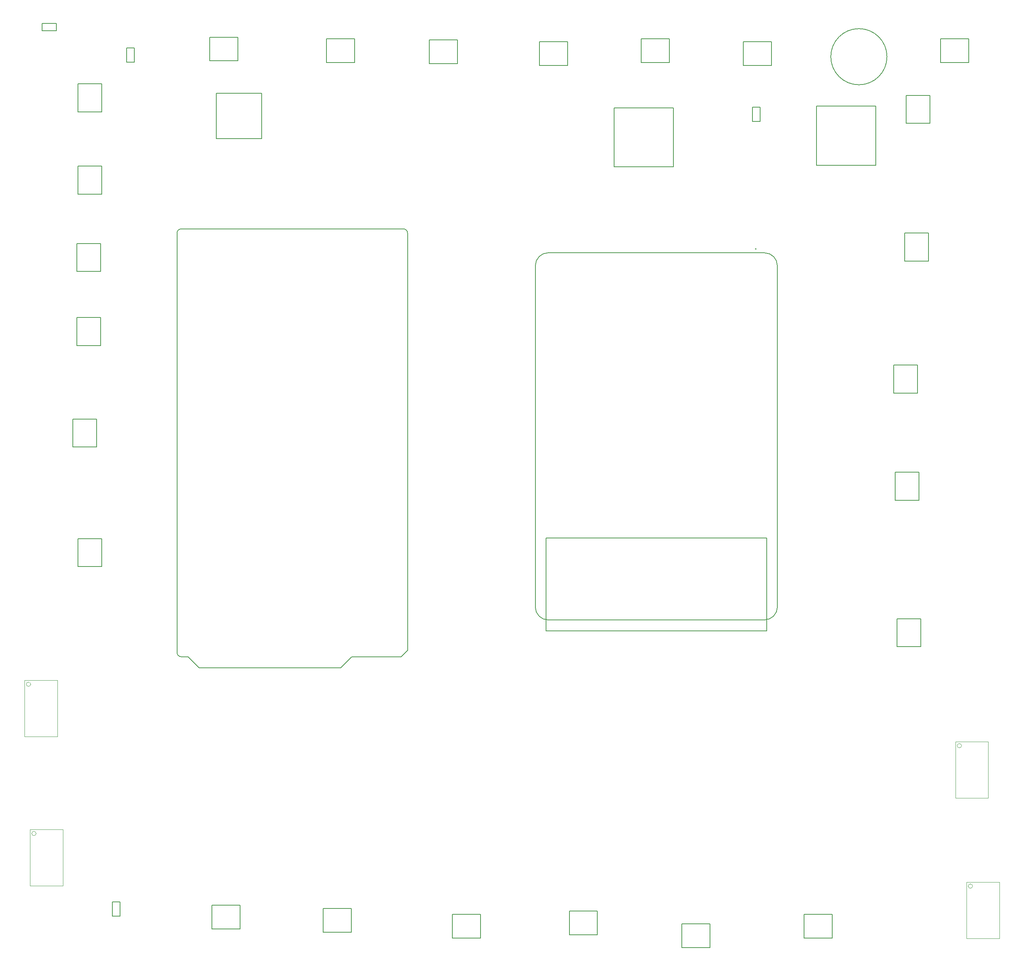
<source format=gbr>
%FSTAX25Y25*%
%MOIN*%
%SFA1B1*%

%IPPOS*%
%ADD34C,0.007874*%
%ADD35C,0.005118*%
%ADD36C,0.005905*%
%ADD48C,0.003937*%
G54D34*
X0692952Y070685D02*
D01*
D01*
G75*
G03X0692165I-0000393J0D01*
G74*G01*
D01*
G75*
G03X0692952I0000393J0D01*
G74*G01*
X005559Y0905551D02*
Y091244D01*
X0042401D02*
X005559D01*
X0042401Y0905551D02*
Y091244D01*
Y0905551D02*
X005559D01*
X0395196Y0875669D02*
Y0897322D01*
Y0875669D02*
X0420787D01*
Y0897322*
X0395196D02*
X0420787D01*
X0563543Y0781535D02*
X061748D01*
Y0835472*
X0563543D02*
X061748D01*
X0563543Y0781535D02*
Y0835472D01*
X0201338Y0807322D02*
X0242677D01*
Y0848661*
X0201338D02*
X0242677D01*
X0201338Y0807322D02*
Y0848661D01*
X0689566Y0822913D02*
X0696456D01*
Y0836102*
X0689566D02*
X0696456D01*
X0689566Y0822913D02*
Y0836102D01*
X0588149Y0876692D02*
Y0898346D01*
Y0876692D02*
X061374D01*
Y0898346*
X0588149D02*
X061374D01*
X0495708Y0874173D02*
Y0895826D01*
Y0874173D02*
X0521299D01*
Y0895826*
X0495708D02*
X0521299D01*
X0301692Y0876692D02*
Y0898346D01*
Y0876692D02*
X0327283D01*
Y0898346*
X0301692D02*
X0327283D01*
X0195196Y0878188D02*
Y0899842D01*
Y0878188D02*
X0220787D01*
Y0899842*
X0195196D02*
X0220787D01*
X0860787Y0876692D02*
Y0898346D01*
Y0876692D02*
X0886377D01*
Y0898346*
X0860787D02*
X0886377D01*
X0748031Y0783031D02*
Y0836968D01*
Y0783031D02*
X0801968D01*
Y0836968*
X0748031D02*
X0801968D01*
X0650748Y0070157D02*
Y0091811D01*
X0625157D02*
X0650748D01*
X0625157Y0070157D02*
Y0091811D01*
Y0070157D02*
X0650748D01*
X0548307Y0081692D02*
Y0103346D01*
X0522716D02*
X0548307D01*
X0522716Y0081692D02*
Y0103346D01*
Y0081692D02*
X0548307D01*
X0441811Y0078661D02*
Y0100314D01*
X041622D02*
X0441811D01*
X041622Y0078661D02*
Y0100314D01*
Y0078661D02*
X0441811D01*
X0324291Y0084173D02*
Y0105826D01*
X02987D02*
X0324291D01*
X02987Y0084173D02*
Y0105826D01*
Y0084173D02*
X0324291D01*
X0222716Y0087165D02*
Y0108818D01*
X0197125D02*
X0222716D01*
X0197125Y0087165D02*
Y0108818D01*
Y0087165D02*
X0222716D01*
X0762283Y0078661D02*
Y0100314D01*
X0736692D02*
X0762283D01*
X0736692Y0078661D02*
Y0100314D01*
Y0078661D02*
X0762283D01*
X0119566Y0876889D02*
X0126456D01*
Y0890078*
X0119566D02*
X0126456D01*
X0119566Y0876889D02*
Y0890078D01*
X0706811Y0874173D02*
Y0895826D01*
X068122D02*
X0706811D01*
X068122Y0874173D02*
Y0895826D01*
Y0874173D02*
X0706811D01*
X0106574Y0098582D02*
X0113464D01*
Y0111771*
X0106574D02*
X0113464D01*
X0106574Y0098582D02*
Y0111771D01*
X0821181Y0369842D02*
X0842834D01*
X0821181Y0344251D02*
Y0369842D01*
Y0344251D02*
X0842834D01*
Y0369842*
X0819685Y0503307D02*
X0841338D01*
X0819685Y0477716D02*
Y0503307D01*
Y0477716D02*
X0841338D01*
Y0503307*
X0818188Y0600866D02*
X0839842D01*
X0818188Y0575275D02*
Y0600866D01*
Y0575275D02*
X0839842D01*
Y0600866*
X0828188Y0721377D02*
X0849842D01*
X0828188Y0695787D02*
Y0721377D01*
Y0695787D02*
X0849842D01*
Y0721377*
X0829685Y0846811D02*
X0851338D01*
X0829685Y082122D02*
Y0846811D01*
Y082122D02*
X0851338D01*
Y0846811*
X0075157Y0831692D02*
X0096811D01*
Y0857283*
X0075157D02*
X0096811D01*
X0075157Y0831692D02*
Y0857283D01*
Y0417204D02*
X0096811D01*
Y0442795*
X0075157D02*
X0096811D01*
X0075157Y0417204D02*
Y0442795D01*
X0074173Y068622D02*
X0095826D01*
Y0711811*
X0074173D02*
X0095826D01*
X0074173Y068622D02*
Y0711811D01*
X0075157Y0756692D02*
X0096811D01*
Y0782283*
X0075157D02*
X0096811D01*
X0075157Y0756692D02*
Y0782283D01*
X0074173Y0618779D02*
X0095826D01*
Y064437*
X0074173D02*
X0095826D01*
X0074173Y0618779D02*
Y064437D01*
X0070669Y052622D02*
X0092322D01*
Y0551811*
X0070669D02*
X0092322D01*
X0070669Y052622D02*
Y0551811D01*
G54D35*
X0503582Y0703307D02*
D01*
D01*
G75*
G03X0491771Y0691496I0J-0011811D01*
G74*G01*
Y0380472D02*
D01*
D01*
G75*
G03X0503582Y0368661I0011811J0D01*
G74*G01*
X0700433D02*
D01*
D01*
G75*
G03X0712244Y0380472I0J0011811D01*
G74*G01*
Y0691496D02*
D01*
D01*
G75*
G03X0700433Y0703307I-0011811J0D01*
G74*G01*
X0165433Y0339055D02*
D01*
D01*
G75*
G03X016937Y0335118I0003937J0D01*
G74*G01*
Y0725118D02*
D01*
D01*
G75*
G03X0165433Y0721181I0J-0003937D01*
G74*G01*
X0375433D02*
D01*
D01*
G75*
G03X0371496Y0725118I-0003937J0D01*
G74*G01*
X0501614Y0358818D02*
Y0443464D01*
Y0358818D02*
X0702401D01*
Y0443464*
X0501614D02*
X0702401D01*
X0503582Y0703307D02*
X0700433D01*
X0491771Y0380472D02*
Y0691496D01*
X0503582Y0368661D02*
X0700433D01*
X0712244Y0380472D02*
Y0691496D01*
X0369448Y0335118D02*
X0375433Y0341102D01*
X0314448Y0325118D02*
X0324448Y0335118D01*
X0185433Y0325118D02*
X0314448D01*
X0175433Y0335118D02*
X0185433Y0325118D01*
X016937Y0335118D02*
X0175433D01*
X0165433Y0339055D02*
Y0721181D01*
X016937Y0725118D02*
X0371496D01*
X0375433Y0341102D02*
Y0721181D01*
X0324448Y0335118D02*
X0369448D01*
G54D36*
X0812086Y0882007D02*
D01*
D01*
G75*
G03X0760905I-0025590J0D01*
G74*G01*
D01*
G75*
G03X0812086I0025590J0D01*
G74*G01*
G54D48*
X087996Y0254055D02*
D01*
D01*
G75*
G03X0876023I-0001968J0D01*
G74*G01*
D01*
G75*
G03X087996I0001968J0D01*
G74*G01*
X0890039Y0126062D02*
D01*
D01*
G75*
G03X0886102I-0001968J0D01*
G74*G01*
D01*
G75*
G03X0890039I0001968J0D01*
G74*G01*
X0032125Y0310039D02*
D01*
D01*
G75*
G03X0028188I-0001968J0D01*
G74*G01*
D01*
G75*
G03X0032125I0001968J0D01*
G74*G01*
X0037047Y0174055D02*
D01*
D01*
G75*
G03X003311I-0001968J0D01*
G74*G01*
D01*
G75*
G03X0037047I0001968J0D01*
G74*G01*
X0874448Y0206417D02*
Y0257598D01*
X090437Y0206417D02*
Y0257598D01*
X0874448D02*
X090437D01*
X0874448Y0206417D02*
X090437D01*
X0884527Y0078425D02*
Y0129606D01*
X0914448Y0078425D02*
Y0129606D01*
X0884527D02*
X0914448D01*
X0884527Y0078425D02*
X0914448D01*
X0026614Y0262401D02*
Y0313582D01*
X0056535Y0262401D02*
Y0313582D01*
X0026614D02*
X0056535D01*
X0026614Y0262401D02*
X0056535D01*
X0031535Y0126417D02*
Y0177598D01*
X0061456Y0126417D02*
Y0177598D01*
X0031535D02*
X0061456D01*
X0031535Y0126417D02*
X0061456D01*
M02*
</source>
